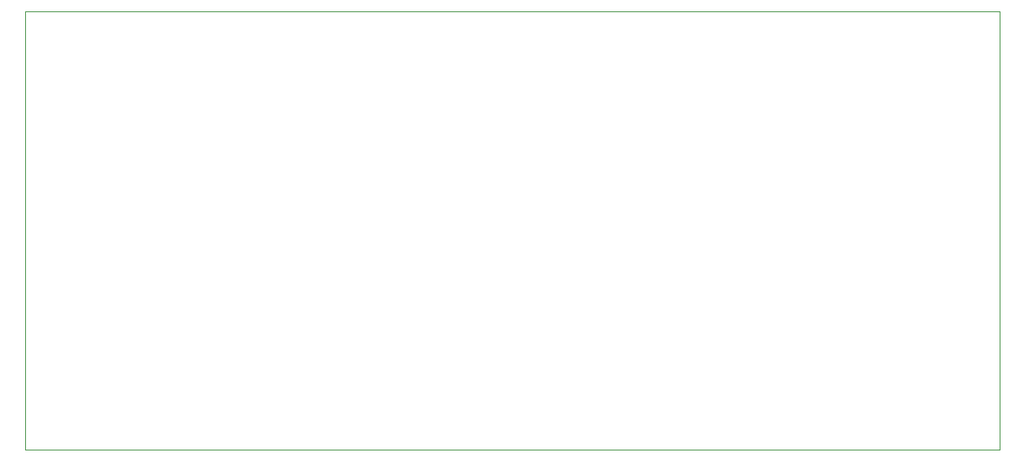
<source format=gbr>
%TF.GenerationSoftware,KiCad,Pcbnew,(6.0.11-0)*%
%TF.CreationDate,2023-03-02T13:46:00-08:00*%
%TF.ProjectId,KiCAD Part One ,4b694341-4420-4506-9172-74204f6e6520,rev?*%
%TF.SameCoordinates,Original*%
%TF.FileFunction,Profile,NP*%
%FSLAX46Y46*%
G04 Gerber Fmt 4.6, Leading zero omitted, Abs format (unit mm)*
G04 Created by KiCad (PCBNEW (6.0.11-0)) date 2023-03-02 13:46:00*
%MOMM*%
%LPD*%
G01*
G04 APERTURE LIST*
%TA.AperFunction,Profile*%
%ADD10C,0.100000*%
%TD*%
G04 APERTURE END LIST*
D10*
X81280000Y-78740000D02*
X182880000Y-78740000D01*
X182880000Y-78740000D02*
X182880000Y-124460000D01*
X182880000Y-124460000D02*
X81280000Y-124460000D01*
X81280000Y-124460000D02*
X81280000Y-78740000D01*
M02*

</source>
